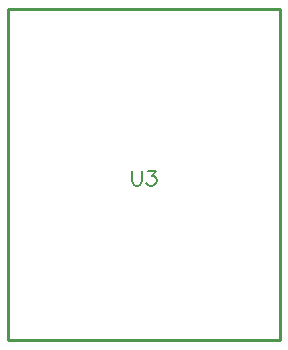
<source format=gbr>
G04 DipTrace 3.0.0.2*
G04 TopSilk.gbr*
%MOMM*%
G04 #@! TF.FileFunction,Legend,Top*
G04 #@! TF.Part,Single*
%ADD10C,0.25*%
%ADD71C,0.19608*%
%FSLAX35Y35*%
G04*
G71*
G90*
G75*
G01*
G04 TopSilk*
%LPD*%
X2211757Y2168657D2*
D10*
X4511757D1*
Y4968577D1*
X2211757D1*
Y2168657D1*
X3257076Y3604603D2*
D71*
Y3513494D1*
X3263112Y3495244D1*
X3275326Y3483171D1*
X3293576Y3476994D1*
X3305649D1*
X3323899Y3483171D1*
X3336112Y3495244D1*
X3342149Y3513494D1*
Y3604603D1*
X3393578Y3604463D2*
X3460261D1*
X3423901Y3555890D1*
X3442151D1*
X3454224Y3549853D1*
X3460261Y3543817D1*
X3466438Y3525567D1*
Y3513494D1*
X3460261Y3495244D1*
X3448188Y3483030D1*
X3429938Y3476994D1*
X3411688D1*
X3393578Y3483030D1*
X3387541Y3489207D1*
X3381365Y3501280D1*
M02*

</source>
